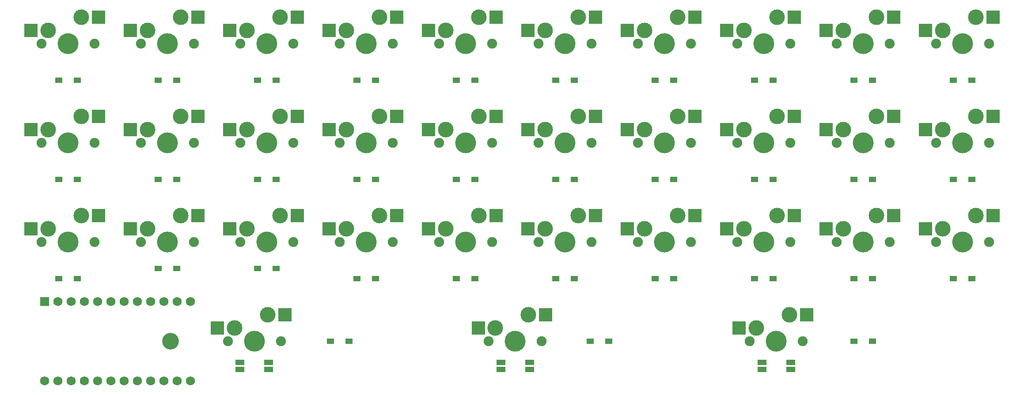
<source format=gbs>
%TF.GenerationSoftware,KiCad,Pcbnew,7.0.2-0*%
%TF.CreationDate,2023-06-01T09:18:09+08:00*%
%TF.ProjectId,Anya,416e7961-2e6b-4696-9361-645f70636258,2*%
%TF.SameCoordinates,PX917e180PY435cdf8*%
%TF.FileFunction,Soldermask,Bot*%
%TF.FilePolarity,Negative*%
%FSLAX46Y46*%
G04 Gerber Fmt 4.6, Leading zero omitted, Abs format (unit mm)*
G04 Created by KiCad (PCBNEW 7.0.2-0) date 2023-06-01 09:18:09*
%MOMM*%
%LPD*%
G01*
G04 APERTURE LIST*
%ADD10C,1.900000*%
%ADD11C,3.000000*%
%ADD12C,4.000000*%
%ADD13R,2.550000X2.500000*%
%ADD14C,3.200000*%
%ADD15R,1.400000X1.000000*%
%ADD16R,1.700000X1.000000*%
%ADD17R,1.752600X1.752600*%
%ADD18C,1.752600*%
G04 APERTURE END LIST*
D10*
%TO.C,SW29*%
X61595000Y-9525000D03*
D11*
X62865000Y-6985000D03*
D12*
X66675000Y-9525000D03*
D11*
X69215000Y-4445000D03*
D10*
X71755000Y-9525000D03*
D13*
X59590000Y-6985000D03*
X72517000Y-4445000D03*
%TD*%
D10*
%TO.C,SW13*%
X-52705000Y9525000D03*
D11*
X-51435000Y12065000D03*
D12*
X-47625000Y9525000D03*
D11*
X-45085000Y14605000D03*
D10*
X-42545000Y9525000D03*
D13*
X-54710000Y12065000D03*
X-41783000Y14605000D03*
%TD*%
D10*
%TO.C,SW27*%
X23495000Y-9525000D03*
D11*
X24765000Y-6985000D03*
D12*
X28575000Y-9525000D03*
D11*
X31115000Y-4445000D03*
D10*
X33655000Y-9525000D03*
D13*
X21490000Y-6985000D03*
X34417000Y-4445000D03*
%TD*%
D10*
%TO.C,SW24*%
X-33655000Y-9525000D03*
D11*
X-32385000Y-6985000D03*
D12*
X-28575000Y-9525000D03*
D11*
X-26035000Y-4445000D03*
D10*
X-23495000Y-9525000D03*
D13*
X-35660000Y-6985000D03*
X-22733000Y-4445000D03*
%TD*%
D10*
%TO.C,SW8*%
X42545000Y28575000D03*
D11*
X43815000Y31115000D03*
D12*
X47625000Y28575000D03*
D11*
X50165000Y33655000D03*
D10*
X52705000Y28575000D03*
D13*
X40540000Y31115000D03*
X53467000Y33655000D03*
%TD*%
D10*
%TO.C,SW15*%
X-14605000Y9525000D03*
D11*
X-13335000Y12065000D03*
D12*
X-9525000Y9525000D03*
D11*
X-6985000Y14605000D03*
D10*
X-4445000Y9525000D03*
D13*
X-16610000Y12065000D03*
X-3683000Y14605000D03*
%TD*%
D10*
%TO.C,SW1*%
X-90805000Y28575000D03*
D11*
X-89535000Y31115000D03*
D12*
X-85725000Y28575000D03*
D11*
X-83185000Y33655000D03*
D10*
X-80645000Y28575000D03*
D13*
X-92810000Y31115000D03*
X-79883000Y33655000D03*
%TD*%
D10*
%TO.C,SW6*%
X4445000Y28575000D03*
D11*
X5715000Y31115000D03*
D12*
X9525000Y28575000D03*
D11*
X12065000Y33655000D03*
D10*
X14605000Y28575000D03*
D13*
X2440000Y31115000D03*
X15367000Y33655000D03*
%TD*%
D10*
%TO.C,SW2*%
X-71755000Y28575000D03*
D11*
X-70485000Y31115000D03*
D12*
X-66675000Y28575000D03*
D11*
X-64135000Y33655000D03*
D10*
X-61595000Y28575000D03*
D13*
X-73760000Y31115000D03*
X-60833000Y33655000D03*
%TD*%
D10*
%TO.C,SW7*%
X23495000Y28575000D03*
D11*
X24765000Y31115000D03*
D12*
X28575000Y28575000D03*
D11*
X31115000Y33655000D03*
D10*
X33655000Y28575000D03*
D13*
X21490000Y31115000D03*
X34417000Y33655000D03*
%TD*%
D10*
%TO.C,SW26*%
X4445000Y-9525000D03*
D11*
X5715000Y-6985000D03*
D12*
X9525000Y-9525000D03*
D11*
X12065000Y-4445000D03*
D10*
X14605000Y-9525000D03*
D13*
X2440000Y-6985000D03*
X15367000Y-4445000D03*
%TD*%
D10*
%TO.C,SW3*%
X-52705000Y28575000D03*
D11*
X-51435000Y31115000D03*
D12*
X-47625000Y28575000D03*
D11*
X-45085000Y33655000D03*
D10*
X-42545000Y28575000D03*
D13*
X-54710000Y31115000D03*
X-41783000Y33655000D03*
%TD*%
D10*
%TO.C,SW21*%
X-90805000Y-9525000D03*
D11*
X-89535000Y-6985000D03*
D12*
X-85725000Y-9525000D03*
D11*
X-83185000Y-4445000D03*
D10*
X-80645000Y-9525000D03*
D13*
X-92810000Y-6985000D03*
X-79883000Y-4445000D03*
%TD*%
D10*
%TO.C,SW12*%
X-71755000Y9525000D03*
D11*
X-70485000Y12065000D03*
D12*
X-66675000Y9525000D03*
D11*
X-64135000Y14605000D03*
D10*
X-61595000Y9525000D03*
D13*
X-73760000Y12065000D03*
X-60833000Y14605000D03*
%TD*%
D14*
%TO.C,REF\u002A\u002A*%
X-66040000Y-28575000D03*
%TD*%
D10*
%TO.C,SW31*%
X-55086250Y-28575000D03*
D11*
X-53816250Y-26035000D03*
D12*
X-50006250Y-28575000D03*
D11*
X-47466250Y-23495000D03*
D10*
X-44926250Y-28575000D03*
D13*
X-57091250Y-26035000D03*
X-44164250Y-23495000D03*
%TD*%
D10*
%TO.C,SW23*%
X-52705000Y-9525000D03*
D11*
X-51435000Y-6985000D03*
D12*
X-47625000Y-9525000D03*
D11*
X-45085000Y-4445000D03*
D10*
X-42545000Y-9525000D03*
D13*
X-54710000Y-6985000D03*
X-41783000Y-4445000D03*
%TD*%
D10*
%TO.C,SW10*%
X80645000Y28575000D03*
D11*
X81915000Y31115000D03*
D12*
X85725000Y28575000D03*
D11*
X88265000Y33655000D03*
D10*
X90805000Y28575000D03*
D13*
X78640000Y31115000D03*
X91567000Y33655000D03*
%TD*%
D10*
%TO.C,SW17*%
X23495000Y9525000D03*
D11*
X24765000Y12065000D03*
D12*
X28575000Y9525000D03*
D11*
X31115000Y14605000D03*
D10*
X33655000Y9525000D03*
D13*
X21490000Y12065000D03*
X34417000Y14605000D03*
%TD*%
D10*
%TO.C,SW4*%
X-33655000Y28575000D03*
D11*
X-32385000Y31115000D03*
D12*
X-28575000Y28575000D03*
D11*
X-26035000Y33655000D03*
D10*
X-23495000Y28575000D03*
D13*
X-35660000Y31115000D03*
X-22733000Y33655000D03*
%TD*%
D10*
%TO.C,SW14*%
X-33655000Y9525000D03*
D11*
X-32385000Y12065000D03*
D12*
X-28575000Y9525000D03*
D11*
X-26035000Y14605000D03*
D10*
X-23495000Y9525000D03*
D13*
X-35660000Y12065000D03*
X-22733000Y14605000D03*
%TD*%
D10*
%TO.C,SW20*%
X80645000Y9525000D03*
D11*
X81915000Y12065000D03*
D12*
X85725000Y9525000D03*
D11*
X88265000Y14605000D03*
D10*
X90805000Y9525000D03*
D13*
X78640000Y12065000D03*
X91567000Y14605000D03*
%TD*%
D10*
%TO.C,SW9*%
X61595000Y28575000D03*
D11*
X62865000Y31115000D03*
D12*
X66675000Y28575000D03*
D11*
X69215000Y33655000D03*
D10*
X71755000Y28575000D03*
D13*
X59590000Y31115000D03*
X72517000Y33655000D03*
%TD*%
D10*
%TO.C,SW30*%
X80645000Y-9525000D03*
D11*
X81915000Y-6985000D03*
D12*
X85725000Y-9525000D03*
D11*
X88265000Y-4445000D03*
D10*
X90805000Y-9525000D03*
D13*
X78640000Y-6985000D03*
X91567000Y-4445000D03*
%TD*%
D10*
%TO.C,SW33*%
X44926250Y-28575000D03*
D11*
X46196250Y-26035000D03*
D12*
X50006250Y-28575000D03*
D11*
X52546250Y-23495000D03*
D10*
X55086250Y-28575000D03*
D13*
X42921250Y-26035000D03*
X55848250Y-23495000D03*
%TD*%
D10*
%TO.C,SW25*%
X-14605000Y-9525000D03*
D11*
X-13335000Y-6985000D03*
D12*
X-9525000Y-9525000D03*
D11*
X-6985000Y-4445000D03*
D10*
X-4445000Y-9525000D03*
D13*
X-16610000Y-6985000D03*
X-3683000Y-4445000D03*
%TD*%
D10*
%TO.C,SW5*%
X-14605000Y28575000D03*
D11*
X-13335000Y31115000D03*
D12*
X-9525000Y28575000D03*
D11*
X-6985000Y33655000D03*
D10*
X-4445000Y28575000D03*
D13*
X-16610000Y31115000D03*
X-3683000Y33655000D03*
%TD*%
D10*
%TO.C,SW19*%
X61595000Y9525000D03*
D11*
X62865000Y12065000D03*
D12*
X66675000Y9525000D03*
D11*
X69215000Y14605000D03*
D10*
X71755000Y9525000D03*
D13*
X59590000Y12065000D03*
X72517000Y14605000D03*
%TD*%
D10*
%TO.C,SW11*%
X-90805000Y9525000D03*
D11*
X-89535000Y12065000D03*
D12*
X-85725000Y9525000D03*
D11*
X-83185000Y14605000D03*
D10*
X-80645000Y9525000D03*
D13*
X-92810000Y12065000D03*
X-79883000Y14605000D03*
%TD*%
D10*
%TO.C,SW32*%
X-5080000Y-28575000D03*
D11*
X-3810000Y-26035000D03*
D12*
X0Y-28575000D03*
D11*
X2540000Y-23495000D03*
D10*
X5080000Y-28575000D03*
D13*
X-7085000Y-26035000D03*
X5842000Y-23495000D03*
%TD*%
D10*
%TO.C,SW28*%
X42545000Y-9525000D03*
D11*
X43815000Y-6985000D03*
D12*
X47625000Y-9525000D03*
D11*
X50165000Y-4445000D03*
D10*
X52705000Y-9525000D03*
D13*
X40540000Y-6985000D03*
X53467000Y-4445000D03*
%TD*%
D10*
%TO.C,SW16*%
X4445000Y9525000D03*
D11*
X5715000Y12065000D03*
D12*
X9525000Y9525000D03*
D11*
X12065000Y14605000D03*
D10*
X14605000Y9525000D03*
D13*
X2440000Y12065000D03*
X15367000Y14605000D03*
%TD*%
D10*
%TO.C,SW18*%
X42545000Y9525000D03*
D11*
X43815000Y12065000D03*
D12*
X47625000Y9525000D03*
D11*
X50165000Y14605000D03*
D10*
X52705000Y9525000D03*
D13*
X40540000Y12065000D03*
X53467000Y14605000D03*
%TD*%
D10*
%TO.C,SW22*%
X-71755000Y-9525000D03*
D11*
X-70485000Y-6985000D03*
D12*
X-66675000Y-9525000D03*
D11*
X-64135000Y-4445000D03*
D10*
X-61595000Y-9525000D03*
D13*
X-73760000Y-6985000D03*
X-60833000Y-4445000D03*
%TD*%
D15*
%TO.C,D20*%
X87500000Y2540000D03*
X83950000Y2540000D03*
%TD*%
%TO.C,D12*%
X-64900000Y2540000D03*
X-68450000Y2540000D03*
%TD*%
D16*
%TO.C,LED1*%
X-47256250Y-33975000D03*
X-47256250Y-32575000D03*
X-52756250Y-32575000D03*
X-52756250Y-33975000D03*
%TD*%
D15*
%TO.C,D7*%
X30350000Y21590000D03*
X26800000Y21590000D03*
%TD*%
D17*
%TO.C,U1*%
X-90170000Y-20955000D03*
D18*
X-87630000Y-20955000D03*
X-85090000Y-20955000D03*
X-82550000Y-20955000D03*
X-80010000Y-20955000D03*
X-77470000Y-20955000D03*
X-74930000Y-20955000D03*
X-72390000Y-20955000D03*
X-69850000Y-20955000D03*
X-67310000Y-20955000D03*
X-64770000Y-20955000D03*
X-62230000Y-20955000D03*
X-62230000Y-36195000D03*
X-64770000Y-36195000D03*
X-67310000Y-36195000D03*
X-69850000Y-36195000D03*
X-72390000Y-36195000D03*
X-74930000Y-36195000D03*
X-77470000Y-36195000D03*
X-80010000Y-36195000D03*
X-82550000Y-36195000D03*
X-85090000Y-36195000D03*
X-87630000Y-36195000D03*
X-90170000Y-36195000D03*
%TD*%
D15*
%TO.C,D14*%
X-26800000Y2540000D03*
X-30350000Y2540000D03*
%TD*%
%TO.C,D30*%
X87500000Y-16510000D03*
X83950000Y-16510000D03*
%TD*%
%TO.C,D23*%
X-45850000Y-14605000D03*
X-49400000Y-14605000D03*
%TD*%
%TO.C,D13*%
X-45850000Y2540000D03*
X-49400000Y2540000D03*
%TD*%
%TO.C,D32*%
X17920000Y-28575000D03*
X14370000Y-28575000D03*
%TD*%
%TO.C,D10*%
X87500000Y21590000D03*
X83950000Y21590000D03*
%TD*%
%TO.C,D19*%
X68450000Y2540000D03*
X64900000Y2540000D03*
%TD*%
%TO.C,D9*%
X68450000Y21590000D03*
X64900000Y21590000D03*
%TD*%
%TO.C,D28*%
X49400000Y-16510000D03*
X45850000Y-16510000D03*
%TD*%
%TO.C,D33*%
X68450000Y-28575000D03*
X64900000Y-28575000D03*
%TD*%
%TO.C,D6*%
X11300000Y21590000D03*
X7750000Y21590000D03*
%TD*%
%TO.C,D5*%
X-7750000Y21590000D03*
X-11300000Y21590000D03*
%TD*%
%TO.C,D16*%
X11300000Y2540000D03*
X7750000Y2540000D03*
%TD*%
%TO.C,D11*%
X-83950000Y2540000D03*
X-87500000Y2540000D03*
%TD*%
%TO.C,D4*%
X-26800000Y21590000D03*
X-30350000Y21590000D03*
%TD*%
%TO.C,D15*%
X-7750000Y2540000D03*
X-11300000Y2540000D03*
%TD*%
%TO.C,D29*%
X68450000Y-16510000D03*
X64900000Y-16510000D03*
%TD*%
%TO.C,D26*%
X11300000Y-16510000D03*
X7750000Y-16510000D03*
%TD*%
%TO.C,D31*%
X-31880000Y-28575000D03*
X-35430000Y-28575000D03*
%TD*%
%TO.C,D25*%
X-7750000Y-16510000D03*
X-11300000Y-16510000D03*
%TD*%
%TO.C,D1*%
X-83950000Y21590000D03*
X-87500000Y21590000D03*
%TD*%
%TO.C,D3*%
X-45850000Y21590000D03*
X-49400000Y21590000D03*
%TD*%
%TO.C,D8*%
X49400000Y21590000D03*
X45850000Y21590000D03*
%TD*%
%TO.C,D27*%
X30350000Y-16510000D03*
X26800000Y-16510000D03*
%TD*%
%TO.C,D2*%
X-64900000Y21590000D03*
X-68450000Y21590000D03*
%TD*%
%TO.C,D24*%
X-26800000Y-16510000D03*
X-30350000Y-16510000D03*
%TD*%
D16*
%TO.C,LED2*%
X2750000Y-33975000D03*
X2750000Y-32575000D03*
X-2750000Y-32575000D03*
X-2750000Y-33975000D03*
%TD*%
D15*
%TO.C,D22*%
X-64900000Y-14605000D03*
X-68450000Y-14605000D03*
%TD*%
%TO.C,D21*%
X-83950000Y-16510000D03*
X-87500000Y-16510000D03*
%TD*%
D16*
%TO.C,LED3*%
X52756250Y-33975000D03*
X52756250Y-32575000D03*
X47256250Y-32575000D03*
X47256250Y-33975000D03*
%TD*%
D15*
%TO.C,D18*%
X49400000Y2540000D03*
X45850000Y2540000D03*
%TD*%
%TO.C,D17*%
X30350000Y2540000D03*
X26800000Y2540000D03*
%TD*%
M02*

</source>
